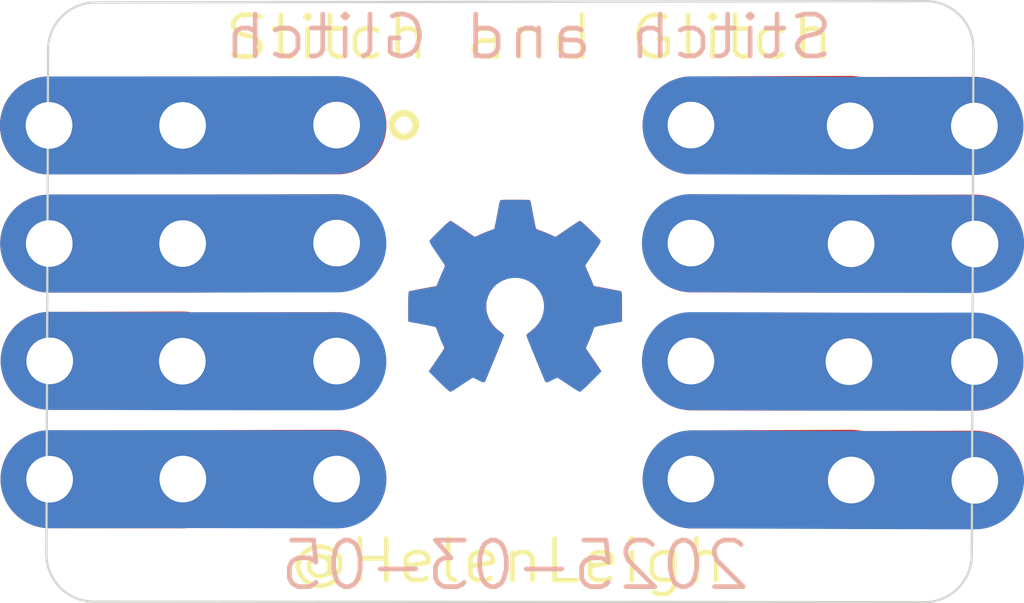
<source format=kicad_pcb>
(kicad_pcb (version 20221018) (generator pcbnew)
  (layers (0 "F.Cu" signal) (31 "B.Cu" signal) (34 "B.Paste" user) (35 "F.Paste" user) (36 "B.SilkS" user "B.Silkscreen") (37 "F.SilkS" user "F.Silkscreen") (38 "B.Mask" user) (39 "F.Mask" user) (44 "Edge.Cuts" user))
  (net 0 "")
  (net 1 "Net-(J1-Pad1)")
  (net 2 "+3V3")
  (net 3 "Net-(J4-Pad1)")
  (net 4 "Net-(J15-Pad1)")
  (net 5 "GND")
  (net 6 "Net-(J11-Pad1)")
  (footprint "touch:hole30AWG" (layer "F.Cu") (at 126.20498 66.07048)
    (fp_text reference "J1" hide)
    (fp_text value "Conn_01x01_Female" hide)
    (pad "1" thru_hole circle (at 0 0) (size 1.8 1.8) (drill 1) (layers "F.Cu" "F.Mask") (net 1 "Net-(J1-Pad1)"))
    (pad "1" thru_hole circle (at 0 0) (size 1.8 1.8) (drill 1) (layers "B.Cu" "B.Mask") (net 1 "Net-(J1-Pad1)"))
  )
  (footprint "touch:hole30AWG" (layer "F.Cu") (at 128.8669 71.16318)
    (fp_text reference "J4" hide)
    (fp_text value "Conn_01x01_Female" hide)
    (pad "1" thru_hole circle (at 0 0) (size 1.8 1.8) (drill 1) (layers "F.Cu" "F.Mask") (net 3 "Net-(J4-Pad1)"))
    (pad "1" thru_hole circle (at 0 0) (size 1.8 1.8) (drill 1) (layers "B.Cu" "B.Mask") (net 3 "Net-(J4-Pad1)"))
  )
  (footprint "touch:hole30AWG" (layer "F.Cu") (at 108.97108 68.59016)
    (fp_text reference "J5" hide)
    (fp_text value "Conn_01x01_Female" hide)
    (pad "1" thru_hole circle (at 0 0) (size 1.8 1.8) (drill 1) (layers "F.Cu" "F.Mask") (net 2 "+3V3"))
    (pad "1" thru_hole circle (at 0 0) (size 1.8 1.8) (drill 1) (layers "B.Cu" "B.Mask") (net 2 "+3V3"))
  )
  (footprint "touch:hole30AWG" (layer "F.Cu") (at 111.8235 68.59778)
    (fp_text reference "J6" hide)
    (fp_text value "Conn_01x01_Female" hide)
    (pad "1" thru_hole circle (at 0 0) (size 1.8 1.8) (drill 1) (layers "F.Cu" "F.Mask") (net 2 "+3V3"))
    (pad "1" thru_hole circle (at 0 0) (size 1.8 1.8) (drill 1) (layers "B.Cu" "B.Mask") (net 2 "+3V3"))
  )
  (footprint "touch:hole30AWG" (layer "F.Cu") (at 126.15926 68.60794)
    (fp_text reference "J7" hide)
    (fp_text value "Conn_01x01_Female" hide)
    (pad "1" thru_hole circle (at 0 0) (size 1.8 1.8) (drill 1) (layers "F.Cu" "F.Mask") (net 2 "+3V3"))
    (pad "1" thru_hole circle (at 0 0) (size 1.8 1.8) (drill 1) (layers "B.Cu" "B.Mask") (net 2 "+3V3"))
  )
  (footprint "touch:hole30AWG" (layer "F.Cu") (at 111.82858 63.52286)
    (fp_text reference "J8" hide)
    (fp_text value "Conn_01x01_Female" hide)
    (pad "1" thru_hole circle (at 0 0) (size 1.8 1.8) (drill 1) (layers "F.Cu" "F.Mask") (net 4 "Net-(J15-Pad1)"))
    (pad "1" thru_hole circle (at 0 0) (size 1.8 1.8) (drill 1) (layers "B.Cu" "B.Mask") (net 4 "Net-(J15-Pad1)"))
  )
  (footprint "touch:hole30AWG" (layer "F.Cu") (at 111.82858 66.0654)
    (fp_text reference "J10" hide)
    (fp_text value "Conn_01x01_Female" hide)
    (pad "1" thru_hole circle (at 0 0) (size 1.8 1.8) (drill 1) (layers "F.Cu" "F.Mask") (net 5 "GND"))
    (pad "1" thru_hole circle (at 0 0) (size 1.8 1.8) (drill 1) (layers "B.Cu" "B.Mask") (net 5 "GND"))
  )
  (footprint "touch:hole30AWG" (layer "F.Cu") (at 108.96092 66.0654)
    (fp_text reference "J13" hide)
    (fp_text value "Conn_01x01_Female" hide)
    (pad "1" thru_hole circle (at 0 0) (size 1.8 1.8) (drill 1) (layers "F.Cu" "F.Mask") (net 5 "GND"))
    (pad "1" thru_hole circle (at 0 0) (size 1.8 1.8) (drill 1) (layers "B.Cu" "B.Mask") (net 5 "GND"))
  )
  (footprint "touch:hole30AWG" (layer "F.Cu") (at 108.95584 63.52286)
    (fp_text reference "J15" hide)
    (fp_text value "Conn_01x01_Female" hide)
    (pad "1" thru_hole circle (at 0 0) (size 1.8 1.8) (drill 1) (layers "F.Cu" "F.Mask") (net 4 "Net-(J15-Pad1)"))
    (pad "1" thru_hole circle (at 0 0) (size 1.8 1.8) (drill 1) (layers "B.Cu" "B.Mask") (net 4 "Net-(J15-Pad1)"))
  )
  (footprint "digikey-footprints:DIP-8_W7.62mm" (layer "F.Cu") (at 115.14074 63.51524)
    (fp_text reference "U1" hide)
    (fp_text value "LM386" hide)
    (pad "1" thru_hole circle (at 0 0) (size 1.6 1.6) (drill 1) (layers "*.Cu" "*.Mask") (net 4 "Net-(J15-Pad1)"))
    (pad "2" thru_hole circle (at 0 2.54) (size 1.6 1.6) (drill 1) (layers "*.Cu" "*.Mask") (net 5 "GND"))
    (pad "3" thru_hole circle (at 0 5.08) (size 1.6 1.6) (drill 1) (layers "*.Cu" "*.Mask") (net 2 "+3V3"))
    (pad "4" thru_hole circle (at 0 7.62) (size 1.6 1.6) (drill 1) (layers "*.Cu" "*.Mask") (net 5 "GND"))
    (pad "5" thru_hole circle (at 7.62 7.62) (size 1.6 1.6) (drill 1) (layers "*.Cu" "*.Mask") (net 3 "Net-(J4-Pad1)"))
    (pad "6" thru_hole circle (at 7.62 5.08) (size 1.6 1.6) (drill 1) (layers "*.Cu" "*.Mask") (net 2 "+3V3"))
    (pad "7" thru_hole circle (at 7.62 2.54) (size 1.6 1.6) (drill 1) (layers "*.Cu" "*.Mask") (net 1 "Net-(J1-Pad1)"))
    (pad "8" thru_hole circle (at 7.62 0) (size 1.6 1.6) (drill 1) (layers "*.Cu" "*.Mask") (net 6 "Net-(J11-Pad1)"))
  )
  (footprint "touch:hole30AWG" (layer "F.Cu") (at 111.83366 71.13524)
    (fp_text reference "J16" hide)
    (fp_text value "Conn_01x01_Female" hide)
    (pad "1" thru_hole circle (at 0 0) (size 1.8 1.8) (drill 1) (layers "F.Cu" "F.Mask") (net 5 "GND"))
    (pad "1" thru_hole circle (at 0 0) (size 1.8 1.8) (drill 1) (layers "B.Cu" "B.Mask") (net 5 "GND"))
  )
  (footprint "touch:hole30AWG" (layer "F.Cu") (at 126.18466 63.53302)
    (fp_text reference "J11" hide)
    (fp_text value "Conn_01x01_Female" hide)
    (pad "1" thru_hole circle (at 0 0) (size 1.8 1.8) (drill 1) (layers "F.Cu" "F.Mask") (net 6 "Net-(J11-Pad1)"))
    (pad "1" thru_hole circle (at 0 0) (size 1.8 1.8) (drill 1) (layers "B.Cu" "B.Mask") (net 6 "Net-(J11-Pad1)"))
  )
  (footprint "touch:hole30AWG" (layer "F.Cu") (at 126.20752 71.15556)
    (fp_text reference "J9" hide)
    (fp_text value "Conn_01x01_Female" hide)
    (pad "1" thru_hole circle (at 0 0) (size 1.8 1.8) (drill 1) (layers "F.Cu" "F.Mask") (net 3 "Net-(J4-Pad1)"))
    (pad "1" thru_hole circle (at 0 0) (size 1.8 1.8) (drill 1) (layers "B.Cu" "B.Mask") (net 3 "Net-(J4-Pad1)"))
  )
  (footprint "touch:hole30AWG" (layer "F.Cu") (at 108.96854 71.13778)
    (fp_text reference "J12" hide)
    (fp_text value "Conn_01x01_Female" hide)
    (pad "1" thru_hole circle (at 0 0) (size 1.8 1.8) (drill 1) (layers "F.Cu" "F.Mask") (net 5 "GND"))
    (pad "1" thru_hole circle (at 0 0) (size 1.8 1.8) (drill 1) (layers "B.Cu" "B.Mask") (net 5 "GND"))
  )
  (footprint "touch:hole30AWG" (layer "F.Cu") (at 128.85674 63.53556)
    (fp_text reference "J14" hide)
    (fp_text value "Conn_01x01_Female" hide)
    (pad "1" thru_hole circle (at 0 0) (size 1.8 1.8) (drill 1) (layers "F.Cu" "F.Mask") (net 6 "Net-(J11-Pad1)"))
    (pad "1" thru_hole circle (at 0 0) (size 1.8 1.8) (drill 1) (layers "B.Cu" "B.Mask") (net 6 "Net-(J11-Pad1)"))
  )
  (footprint "touch:hole30AWG" (layer "F.Cu") (at 128.86944 66.07556)
    (fp_text reference "J3" hide)
    (fp_text value "Conn_01x01_Female" hide)
    (pad "1" thru_hole circle (at 0 0) (size 1.8 1.8) (drill 1) (layers "F.Cu" "F.Mask") (net 1 "Net-(J1-Pad1)"))
    (pad "1" thru_hole circle (at 0 0) (size 1.8 1.8) (drill 1) (layers "B.Cu" "B.Mask") (net 1 "Net-(J1-Pad1)"))
  )
  (footprint "touch:hole30AWG" (layer "F.Cu") (at 128.85928 68.6054)
    (fp_text reference "J2" hide)
    (fp_text value "Conn_01x01_Female" hide)
    (pad "1" thru_hole circle (at 0 0) (size 1.8 1.8) (drill 1) (layers "F.Cu" "F.Mask") (net 2 "+3V3"))
    (pad "1" thru_hole circle (at 0 0) (size 1.8 1.8) (drill 1) (layers "B.Cu" "B.Mask") (net 2 "+3V3"))
  )
  (footprint "Symbol:OSHW-Logo2_7.3x6mm_Copper" (layer "F.Cu") (at 118.98122 67.88404)
    (fp_text reference "REF**" hide)
    (fp_text value "OSHW-Logo2_7.3x6mm_Copper" hide)
    (fp_poly (pts (xy 0.10391 -2.757652) (xy 0.182454 -2.757222) (xy 0.239298 -2.756058) (xy 0.278105 -2.753793) (xy 0.302538 -2.75006) (xy 0.316262 -2.744494) (xy 0.32294 -2.736727) (xy 0.326236 -2.726395) (xy 0.326556 -2.725057) (xy 0.331562 -2.700921) (xy 0.340829 -2.653299) (xy 0.353392 -2.587259) (xy 0.368287 -2.507872) (xy 0.384551 -2.420204) (xy 0.385119 -2.417125) (xy 0.40141 -2.331211) (xy 0.416652 -2.255304) (xy 0.429861 -2.193955) (xy 0.440054 -2.151718) (xy 0.446248 -2.133145) (xy 0.446543 -2.132816) (xy 0.464788 -2.123747) (xy 0.502405 -2.108633) (xy 0.551271 -2.090738) (xy 0.551543 -2.090642) (xy 0.613093 -2.067507) (xy 0.685657 -2.038035) (xy 0.754057 -2.008403) (xy 0.757294 -2.006938) (xy 0.868702 -1.956374) (xy 1.115399 -2.12484) (xy 1.191077 -2.176197) (xy 1.259631 -2.222111) (xy 1.317088 -2.25997) (xy 1.359476 -2.287163) (xy 1.382825 -2.301079) (xy 1.385042 -2.302111) (xy 1.40201 -2.297516) (xy 1.433701 -2.275345) (xy 1.481352 -2.234553) (xy 1.546198 -2.174095) (xy 1.612397 -2.109773) (xy 1.676214 -2.046388) (xy 1.733329 -1.988549) (xy 1.780305 -1.939825) (xy 1.813703 -1.90379) (xy 1.830085 -1.884016) (xy 1.830694 -1.882998) (xy 1.832505 -1.869428) (xy 1.825683 -1.847267) (xy 1.80854 -1.813522) (xy 1.779393 -1.7652) (xy 1.736555 -1.699308) (xy 1.679448 -1.614483) (xy 1.628766 -1.539823) (xy 1.583461 -1.47286) (xy 1.54615 -1.417484) (xy 1.519452 -1.37758) (xy 1.505985 -1.357038) (xy 1.505137 -1.355644) (xy 1.506781 -1.335962) (xy 1.519245 -1.297707) (xy 1.540048 -1.248111) (xy 1.547462 -1.232272) (xy 1.579814 -1.16171) (xy 1.614328 -1.081647) (xy 1.642365 -1.012371) (xy 1.662568 -0.960955) (xy 1.678615 -0.921881) (xy 1.687888 -0.901459) (xy 1.689041 -0.899886) (xy 1.706096 -0.897279) (xy 1.746298 -0.890137) (xy 1.804302 -0.879477) (xy 1.874763 -0.866315) (xy 1.952335 -0.851667) (xy 2.031672 -0.836551) (xy 2.107431 -0.821982) (xy 2.174264 -0.808978) (xy 2.226828 -0.798555) (xy 2.259776 -0.79173) (xy 2.267857 -0.789801) (xy 2.276205 -0.785038) (xy 2.282506 -0.774282) (xy 2.287045 -0.753902) (xy 2.290104 -0.720266) (xy 2.291967 -0.669745) (xy 2.292918 -0.598708) (xy 2.29324 -0.503524) (xy 2.293257 -0.464508) (xy 2.293257 -0.147201) (xy 2.217057 -0.132161) (xy 2.174663 -0.124005) (xy 2.1114 -0.112101) (xy 2.034962 -0.097884) (xy 1.953043 -0.08279) (xy 1.9304 -0.078645) (xy 1.854806 -0.063947) (xy 1.788953 -0.049495) (xy 1.738366 -0.036625) (xy 1.708574 -0.026678) (xy 1.703612 -0.023713) (xy 1.691426 -0.002717) (xy 1.673953 0.037967) (xy 1.654577 0.090322) (xy 1.650734 0.1016) (xy 1.625339 0.171523) (xy 1.593817 0.250418) (xy 1.562969 0.321266) (xy 1.562817 0.321595) (xy 1.511447 0.432733) (xy 1.680399 0.681253) (xy 1.849352 0.929772) (xy 1.632429 1.147058) (xy 1.566819 1.211726) (xy 1.506979 1.268733) (xy 1.456267 1.315033) (xy 1.418046 1.347584) (xy 1.395675 1.363343) (xy 1.392466 1.364343) (xy 1.373626 1.356469) (xy 1.33518 1.334578) (xy 1.28133 1.301267) (xy 1.216276 1.259131) (xy 1.14594 1.211943) (xy 1.074555 1.16381) (xy 1.010908 1.121928) (xy 0.959041 1.088871) (xy 0.922995 1.067218) (xy 0.906867 1.059543) (xy 0.887189 1.066037) (xy 0.849875 1.08315) (xy 0.802621 1.107326) (xy 0.797612 1.110013) (xy 0.733977 1.141927) (xy 0.690341 1.157579) (xy 0.663202 1.157745) (xy 0.649057 1.143204) (xy 0.648975 1.143) (xy 0.641905 1.125779) (xy 0.625042 1.084899) (xy 0.599695 1.023525) (xy 0.567171 0.944819) (xy 0.528778 0.851947) (xy 0.485822 0.748072) (xy 0.444222 0.647502) (xy 0.398504 0.536516) (xy 0.356526 0.433703) (xy 0.319548 0.342215) (xy 0.288827 0.265201) (xy 0.265622 0.205815) (xy 0.25119 0.167209) (xy 0.246743 0.1528) (xy 0.257896 0.136272) (xy 0.287069 0.10993) (xy 0.325971 0.080887) (xy 0.436757 -0.010961) (xy 0.523351 -0.116241) (xy 0.584716 -0.232734) (xy 0.619815 -0.358224) (xy 0.627608 -0.490493) (xy 0.621943 -0.551543) (xy 0.591078 -0.678205) (xy 0.53792 -0.790059) (xy 0.465767 -0.885999) (xy 0.377917 -0.964924) (xy 0.277665 -1.02573) (xy 0.16831 -1.067313) (xy 0.053147 -1.088572) (xy -0.064525 -1.088401) (xy -0.18141 -1.065699) (xy -0.294211 -1.019362) (xy -0.399631 -0.948287) (xy -0.443632 -0.908089) (xy -0.528021 -0.804871) (xy -0.586778 -0.692075) (xy -0.620296 -0.57299) (xy -0.628965 -0.450905) (xy -0.613177 -0.329107) (xy -0.573322 -0.210884) (xy -0.509793 -0.099525) (xy -0.422979 0.001684) (xy -0.325971 0.080887) (xy -0.285563 0.111162) (xy -0.257018 0.137219) (xy -0.246743 0.152825) (xy -0.252123 0.169843) (xy -0.267425 0.2105) (xy -0.291388 0.271642) (xy -0.322756 0.350119) (xy -0.360268 0.44278) (xy -0.402667 0.546472) (xy -0.444337 0.647526) (xy -0.49031 0.758607) (xy -0.532893 0.861541) (xy -0.570779 0.953165) (xy -0.60266 1.030316) (xy -0.627229 1.089831) (xy -0.64318 1.128544) (xy -0.64909 1.143) (xy -0.663052 1.157685) (xy -0.69006 1.157642) (xy -0.733587 1.142099) (xy -0.79711 1.110284) (xy -0.797612 1.110013) (xy -0.84544 1.085323) (xy -0.884103 1.067338) (xy -0.905905 1.059614) (xy -0.906867 1.059543) (xy -0.923279 1.067378) (xy -0.959513 1.089165) (xy -1.011526 1.122328) (xy -1.075275 1.164291) (xy -1.14594 1.211943) (xy -1.217884 1.260191) (xy -1.282726 1.302151) (xy -1.336265 1.335227) (xy -1.374303 1.356821) (xy -1.392467 1.364343) (xy -1.409192 1.354457) (xy -1.44282 1.326826) (xy -1.48999 1.284495) (xy -1.547342 1.230505) (xy -1.611516 1.167899) (xy -1.632503 1.146983) (xy -1.849501 0.929623) (xy -1.684332 0.68722) (xy -1.634136 0.612781) (xy -1.590081 0.545972) (xy -1.554638 0.490665) (xy -1.530281 0.450729) (xy -1.519478 0.430036) (xy -1.519162 0.428563) (xy -1.524857 0.409058) (xy -1.540174 0.369822) (xy -1.562463 0.31743) (xy -1.578107 0.282355) (xy -1.607359 0.215201) (xy -1.634906 0.147358) (xy -1.656263 0.090034) (xy -1.662065 0.072572) (xy -1.678548 0.025938) (xy -1.69466 -0.010095) (xy -1.70351 -0.023713) (xy -1.72304 -0.032048) (xy -1.765666 -0.043863) (xy -1.825855 -0.057819) (xy -1.898078 -0.072578) (xy -1.9304 -0.078645) (xy -2.012478 -0.093727) (xy -2.091205 -0.108331) (xy -2.158891 -0.12102) (xy -2.20784 -0.130358) (xy -2.217057 -0.132161) (xy -2.293257 -0.147201) (xy -2.293257 -0.464508) (xy -2.293086 -0.568846) (xy -2.292384 -0.647787) (xy -2.290866 -0.704962) (xy -2.288251 -0.744001) (xy -2.284254 -0.768535) (xy -2.278591 -0.782195) (xy -2.27098 -0.788611) (xy -2.267857 -0.789801) (xy -2.249022 -0.79402) (xy -2.207412 -0.802438) (xy -2.14837 -0.814039) (xy -2.077243 -0.827805) (xy -1.999375 -0.84272) (xy -1.920113 -0.857768) (xy -1.844802 -0.871931) (xy -1.778787 -0.884194) (xy -1.727413 -0.893539) (xy -1.696025 -0.89895) (xy -1.689041 -0.899886) (xy -1.682715 -0.912404) (xy -1.66871 -0.945754) (xy -1.649645 -0.993623) (xy -1.642366 -1.012371) (xy -1.613004 -1.084805) (xy -1.578429 -1.16483) (xy -1.547463 -1.232272) (xy -1.524677 -1.283841) (xy -1.509518 -1.326215) (xy -1.504458 -1.352166) (xy -1.505264 -1.355644) (xy -1.515959 -1.372064) (xy -1.54038 -1.408583) (xy -1.575905 -1.461313) (xy -1.619913 -1.526365) (xy -1.669783 -1.599849) (xy -1.679644 -1.614355) (xy -1.737508 -1.700296) (xy -1.780044 -1.765739) (xy -1.808946 -1.813696) (xy -1.82591 -1.84718) (xy -1.832633 -1.869205) (xy -1.83081 -1.882783) (xy -1.830764 -1.882869) (xy -1.816414 -1.900703) (xy -1.784677 -1.935183) (xy -1.73899 -1.982732) (xy -1.682796 -2.039778) (xy -1.619532 -2.102745) (xy -1.612398 -2.109773) (xy -1.53267 -2.18698) (xy -1.471143 -2.24367) (xy -1.426579 -2.28089) (xy -1.397743 -2.299685) (xy -1.385042 -2.302111) (xy -1.366506 -2.291529) (xy -1.328039 -2.267084) (xy -1.273614 -2.231388) (xy -1.207202 -2.187053) (xy -1.132775 -2.136689) (xy -1.115399 -2.12484) (xy -0.868703 -1.956374) (xy -0.757294 -2.006938) (xy -0.689543 -2.036405) (xy -0.616817 -2.066041) (xy -0.554297 -2.08967) (xy -0.551543 -2.090642) (xy -0.50264 -2.108543) (xy -0.464943 -2.12368) (xy -0.446575 -2.13279) (xy -0.446544 -2.132816) (xy -0.440715 -2.149283) (xy -0.430808 -2.189781) (xy -0.417805 -2.249758) (xy -0.402691 -2.32466) (xy -0.386448 -2.409936) (xy -0.385119 -2.417125) (xy -0.368825 -2.504986) (xy -0.353867 -2.58474) (xy -0.341209 -2.651319) (xy -0.331814 -2.699653) (xy -0.326646 -2.724675) (xy -0.326556 -2.725057) (xy -0.323411 -2.735701) (xy -0.317296 -2.743738) (xy -0.304547 -2.749533) (xy -0.2815 -2.753453) (xy -0.244491 -2.755865) (xy -0.189856 -2.757135) (xy -0.113933 -2.757629) (xy -0.013056 -2.757714) (xy 0 -2.757714) (xy 0.10391 -2.757652)) (stroke (width 0.01)) (fill solid) (layer "F.Cu"))
  )
  (footprint "digikey-footprints:DIP-8_W7.62mm" (layer "F.Cu") (at 115.14074 63.51524)
    (fp_text reference "U1" hide)
    (fp_text value "LM386" hide)
    (fp_circle (center 1.4478 0) (end 1.1938 -0.0254) (stroke (width 0.15)) (fill none) (layer "F.SilkS"))
    (pad "1" thru_hole circle (at 0 0) (size 1.6 1.6) (drill 1) (layers "*.Cu" "*.Mask") (net 4 "Net-(J15-Pad1)"))
    (pad "2" thru_hole circle (at 0 2.54) (size 1.6 1.6) (drill 1) (layers "*.Cu" "*.Mask") (net 5 "GND"))
    (pad "3" thru_hole circle (at 0 5.08) (size 1.6 1.6) (drill 1) (layers "*.Cu" "*.Mask") (net 2 "+3V3"))
    (pad "4" thru_hole circle (at 0 7.62) (size 1.6 1.6) (drill 1) (layers "*.Cu" "*.Mask") (net 5 "GND"))
    (pad "5" thru_hole circle (at 7.62 7.62) (size 1.6 1.6) (drill 1) (layers "*.Cu" "*.Mask") (net 3 "Net-(J4-Pad1)"))
    (pad "6" thru_hole circle (at 7.62 5.08) (size 1.6 1.6) (drill 1) (layers "*.Cu" "*.Mask") (net 2 "+3V3"))
    (pad "7" thru_hole circle (at 7.62 2.54) (size 1.6 1.6) (drill 1) (layers "*.Cu" "*.Mask") (net 1 "Net-(J1-Pad1)"))
    (pad "8" thru_hole circle (at 7.62 0) (size 1.6 1.6) (drill 1) (layers "*.Cu" "*.Mask") (net 6 "Net-(J11-Pad1)"))
  )
  (footprint "Symbol:OSHW-Logo2_7.3x6mm_Copper" (layer "B.Cu") (at 118.97902 67.88904 180)
    (fp_text reference "REF**" hide)
    (fp_text value "OSHW-Logo2_7.3x6mm_Copper" hide)
    (fp_poly (pts (xy 0.10391 2.757652) (xy 0.182454 2.757222) (xy 0.239298 2.756058) (xy 0.278105 2.753793) (xy 0.302538 2.75006) (xy 0.316262 2.744494) (xy 0.32294 2.736727) (xy 0.326236 2.726395) (xy 0.326556 2.725057) (xy 0.331562 2.700921) (xy 0.340829 2.653299) (xy 0.353392 2.587259) (xy 0.368287 2.507872) (xy 0.384551 2.420204) (xy 0.385119 2.417125) (xy 0.40141 2.331211) (xy 0.416652 2.255304) (xy 0.429861 2.193955) (xy 0.440054 2.151718) (xy 0.446248 2.133145) (xy 0.446543 2.132816) (xy 0.464788 2.123747) (xy 0.502405 2.108633) (xy 0.551271 2.090738) (xy 0.551543 2.090642) (xy 0.613093 2.067507) (xy 0.685657 2.038035) (xy 0.754057 2.008403) (xy 0.757294 2.006938) (xy 0.868702 1.956374) (xy 1.115399 2.12484) (xy 1.191077 2.176197) (xy 1.259631 2.222111) (xy 1.317088 2.25997) (xy 1.359476 2.287163) (xy 1.382825 2.301079) (xy 1.385042 2.302111) (xy 1.40201 2.297516) (xy 1.433701 2.275345) (xy 1.481352 2.234553) (xy 1.546198 2.174095) (xy 1.612397 2.109773) (xy 1.676214 2.046388) (xy 1.733329 1.988549) (xy 1.780305 1.939825) (xy 1.813703 1.90379) (xy 1.830085 1.884016) (xy 1.830694 1.882998) (xy 1.832505 1.869428) (xy 1.825683 1.847267) (xy 1.80854 1.813522) (xy 1.779393 1.7652) (xy 1.736555 1.699308) (xy 1.679448 1.614483) (xy 1.628766 1.539823) (xy 1.583461 1.47286) (xy 1.54615 1.417484) (xy 1.519452 1.37758) (xy 1.505985 1.357038) (xy 1.505137 1.355644) (xy 1.506781 1.335962) (xy 1.519245 1.297707) (xy 1.540048 1.248111) (xy 1.547462 1.232272) (xy 1.579814 1.16171) (xy 1.614328 1.081647) (xy 1.642365 1.012371) (xy 1.662568 0.960955) (xy 1.678615 0.921881) (xy 1.687888 0.901459) (xy 1.689041 0.899886) (xy 1.706096 0.897279) (xy 1.746298 0.890137) (xy 1.804302 0.879477) (xy 1.874763 0.866315) (xy 1.952335 0.851667) (xy 2.031672 0.836551) (xy 2.107431 0.821982) (xy 2.174264 0.808978) (xy 2.226828 0.798555) (xy 2.259776 0.79173) (xy 2.267857 0.789801) (xy 2.276205 0.785038) (xy 2.282506 0.774282) (xy 2.287045 0.753902) (xy 2.290104 0.720266) (xy 2.291967 0.669745) (xy 2.292918 0.598708) (xy 2.29324 0.503524) (xy 2.293257 0.464508) (xy 2.293257 0.147201) (xy 2.217057 0.132161) (xy 2.174663 0.124005) (xy 2.1114 0.112101) (xy 2.034962 0.097884) (xy 1.953043 0.08279) (xy 1.9304 0.078645) (xy 1.854806 0.063947) (xy 1.788953 0.049495) (xy 1.738366 0.036625) (xy 1.708574 0.026678) (xy 1.703612 0.023713) (xy 1.691426 0.002717) (xy 1.673953 -0.037967) (xy 1.654577 -0.090322) (xy 1.650734 -0.1016) (xy 1.625339 -0.171523) (xy 1.593817 -0.250418) (xy 1.562969 -0.321266) (xy 1.562817 -0.321595) (xy 1.511447 -0.432733) (xy 1.680399 -0.681253) (xy 1.849352 -0.929772) (xy 1.632429 -1.147058) (xy 1.566819 -1.211726) (xy 1.506979 -1.268733) (xy 1.456267 -1.315033) (xy 1.418046 -1.347584) (xy 1.395675 -1.363343) (xy 1.392466 -1.364343) (xy 1.373626 -1.356469) (xy 1.33518 -1.334578) (xy 1.28133 -1.301267) (xy 1.216276 -1.259131) (xy 1.14594 -1.211943) (xy 1.074555 -1.16381) (xy 1.010908 -1.121928) (xy 0.959041 -1.088871) (xy 0.922995 -1.067218) (xy 0.906867 -1.059543) (xy 0.887189 -1.066037) (xy 0.849875 -1.08315) (xy 0.802621 -1.107326) (xy 0.797612 -1.110013) (xy 0.733977 -1.141927) (xy 0.690341 -1.157579) (xy 0.663202 -1.157745) (xy 0.649057 -1.143204) (xy 0.648975 -1.143) (xy 0.641905 -1.125779) (xy 0.625042 -1.084899) (xy 0.599695 -1.023525) (xy 0.567171 -0.944819) (xy 0.528778 -0.851947) (xy 0.485822 -0.748072) (xy 0.444222 -0.647502) (xy 0.398504 -0.536516) (xy 0.356526 -0.433703) (xy 0.319548 -0.342215) (xy 0.288827 -0.265201) (xy 0.265622 -0.205815) (xy 0.25119 -0.167209) (xy 0.246743 -0.1528) (xy 0.257896 -0.136272) (xy 0.287069 -0.10993) (xy 0.325971 -0.080887) (xy 0.436757 0.010961) (xy 0.523351 0.116241) (xy 0.584716 0.232734) (xy 0.619815 0.358224) (xy 0.627608 0.490493) (xy 0.621943 0.551543) (xy 0.591078 0.678205) (xy 0.53792 0.790059) (xy 0.465767 0.885999) (xy 0.377917 0.964924) (xy 0.277665 1.02573) (xy 0.16831 1.067313) (xy 0.053147 1.088572) (xy -0.064525 1.088401) (xy -0.18141 1.065699) (xy -0.294211 1.019362) (xy -0.399631 0.948287) (xy -0.443632 0.908089) (xy -0.528021 0.804871) (xy -0.586778 0.692075) (xy -0.620296 0.57299) (xy -0.628965 0.450905) (xy -0.613177 0.329107) (xy -0.573322 0.210884) (xy -0.509793 0.099525) (xy -0.422979 -0.001684) (xy -0.325971 -0.080887) (xy -0.285563 -0.111162) (xy -0.257018 -0.137219) (xy -0.246743 -0.152825) (xy -0.252123 -0.169843) (xy -0.267425 -0.2105) (xy -0.291388 -0.271642) (xy -0.322756 -0.350119) (xy -0.360268 -0.44278) (xy -0.402667 -0.546472) (xy -0.444337 -0.647526) (xy -0.49031 -0.758607) (xy -0.532893 -0.861541) (xy -0.570779 -0.953165) (xy -0.60266 -1.030316) (xy -0.627229 -1.089831) (xy -0.64318 -1.128544) (xy -0.64909 -1.143) (xy -0.663052 -1.157685) (xy -0.69006 -1.157642) (xy -0.733587 -1.142099) (xy -0.79711 -1.110284) (xy -0.797612 -1.110013) (xy -0.84544 -1.085323) (xy -0.884103 -1.067338) (xy -0.905905 -1.059614) (xy -0.906867 -1.059543) (xy -0.923279 -1.067378) (xy -0.959513 -1.089165) (xy -1.011526 -1.122328) (xy -1.075275 -1.164291) (xy -1.14594 -1.211943) (xy -1.217884 -1.260191) (xy -1.282726 -1.302151) (xy -1.336265 -1.335227) (xy -1.374303 -1.356821) (xy -1.392467 -1.364343) (xy -1.409192 -1.354457) (xy -1.44282 -1.326826) (xy -1.48999 -1.284495) (xy -1.547342 -1.230505) (xy -1.611516 -1.167899) (xy -1.632503 -1.146983) (xy -1.849501 -0.929623) (xy -1.684332 -0.68722) (xy -1.634136 -0.612781) (xy -1.590081 -0.545972) (xy -1.554638 -0.490665) (xy -1.530281 -0.450729) (xy -1.519478 -0.430036) (xy -1.519162 -0.428563) (xy -1.524857 -0.409058) (xy -1.540174 -0.369822) (xy -1.562463 -0.31743) (xy -1.578107 -0.282355) (xy -1.607359 -0.215201) (xy -1.634906 -0.147358) (xy -1.656263 -0.090034) (xy -1.662065 -0.072572) (xy -1.678548 -0.025938) (xy -1.69466 0.010095) (xy -1.70351 0.023713) (xy -1.72304 0.032048) (xy -1.765666 0.043863) (xy -1.825855 0.057819) (xy -1.898078 0.072578) (xy -1.9304 0.078645) (xy -2.012478 0.093727) (xy -2.091205 0.108331) (xy -2.158891 0.12102) (xy -2.20784 0.130358) (xy -2.217057 0.132161) (xy -2.293257 0.147201) (xy -2.293257 0.464508) (xy -2.293086 0.568846) (xy -2.292384 0.647787) (xy -2.290866 0.704962) (xy -2.288251 0.744001) (xy -2.284254 0.768535) (xy -2.278591 0.782195) (xy -2.27098 0.788611) (xy -2.267857 0.789801) (xy -2.249022 0.79402) (xy -2.207412 0.802438) (xy -2.14837 0.814039) (xy -2.077243 0.827805) (xy -1.999375 0.84272) (xy -1.920113 0.857768) (xy -1.844802 0.871931) (xy -1.778787 0.884194) (xy -1.727413 0.893539) (xy -1.696025 0.89895) (xy -1.689041 0.899886) (xy -1.682715 0.912404) (xy -1.66871 0.945754) (xy -1.649645 0.993623) (xy -1.642366 1.012371) (xy -1.613004 1.084805) (xy -1.578429 1.16483) (xy -1.547463 1.232272) (xy -1.524677 1.283841) (xy -1.509518 1.326215) (xy -1.504458 1.352166) (xy -1.505264 1.355644) (xy -1.515959 1.372064) (xy -1.54038 1.408583) (xy -1.575905 1.461313) (xy -1.619913 1.526365) (xy -1.669783 1.599849) (xy -1.679644 1.614355) (xy -1.737508 1.700296) (xy -1.780044 1.765739) (xy -1.808946 1.813696) (xy -1.82591 1.84718) (xy -1.832633 1.869205) (xy -1.83081 1.882783) (xy -1.830764 1.882869) (xy -1.816414 1.900703) (xy -1.784677 1.935183) (xy -1.73899 1.982732) (xy -1.682796 2.039778) (xy -1.619532 2.102745) (xy -1.612398 2.109773) (xy -1.53267 2.18698) (xy -1.471143 2.24367) (xy -1.426579 2.28089) (xy -1.397743 2.299685) (xy -1.385042 2.302111) (xy -1.366506 2.291529) (xy -1.328039 2.267084) (xy -1.273614 2.231388) (xy -1.207202 2.187053) (xy -1.132775 2.136689) (xy -1.115399 2.12484) (xy -0.868703 1.956374) (xy -0.757294 2.006938) (xy -0.689543 2.036405) (xy -0.616817 2.066041) (xy -0.554297 2.08967) (xy -0.551543 2.090642) (xy -0.50264 2.108543) (xy -0.464943 2.12368) (xy -0.446575 2.13279) (xy -0.446544 2.132816) (xy -0.440715 2.149283) (xy -0.430808 2.189781) (xy -0.417805 2.249758) (xy -0.402691 2.32466) (xy -0.386448 2.409936) (xy -0.385119 2.417125) (xy -0.368825 2.504986) (xy -0.353867 2.58474) (xy -0.341209 2.651319) (xy -0.331814 2.699653) (xy -0.326646 2.724675) (xy -0.326556 2.725057) (xy -0.323411 2.735701) (xy -0.317296 2.743738) (xy -0.304547 2.749533) (xy -0.2815 2.753453) (xy -0.244491 2.755865) (xy -0.189856 2.757135) (xy -0.113933 2.757629) (xy -0.013056 2.757714) (xy 0 2.757714) (xy 0.10391 2.757652)) (stroke (width 0.01)) (fill solid) (layer "B.Cu"))
  )
  (gr_arc (start 127.81788 60.84824) (mid 128.538097 61.146563) (end 128.83642 61.86678) (stroke (width 0.05)) (layer "Edge.Cuts"))
  (gr_arc (start 128.80086 72.76592) (mid 128.502537 73.486137) (end 127.78232 73.78446) (stroke (width 0.05)) (layer "Edge.Cuts"))
  (gr_arc (start 109.9185 73.77176) (mid 109.198283 73.473437) (end 108.89996 72.75322) (stroke (width 0.05)) (layer "Edge.Cuts"))
  (gr_arc (start 108.93552 61.89472) (mid 109.233843 61.174503) (end 109.95406 60.87618) (stroke (width 0.05)) (layer "Edge.Cuts"))
  (gr_line (start 109.9185 73.77176) (end 127.78232 73.78446) (stroke (width 0.05)) (layer "Edge.Cuts"))
  (gr_line (start 128.80086 72.76592) (end 128.83642 61.86678) (stroke (width 0.05)) (layer "Edge.Cuts"))
  (gr_line (start 127.81788 60.84824) (end 109.95406 60.87618) (stroke (width 0.05)) (layer "Edge.Cuts"))
  (gr_line (start 108.93552 61.89472) (end 108.89996 72.75576) (stroke (width 0.05)) (layer "Edge.Cuts"))
  (gr_text "2025-03-05" (at 118.98122 72.99198) (layer "B.SilkS") (effects (font (size 1 1) (thickness 0.1016)) (justify mirror)))
  (gr_text "Stitch and Glitch" (at 119.26824 61.61532) (layer "B.SilkS") (effects (font (size 0.9 1.016) (thickness 0.1016)) (justify mirror)))
  (gr_text "@HelenLeigh" (at 118.82882 72.9) (layer "F.SilkS") (effects (font (size 0.9 1) (thickness 0.1016))))
  (gr_text "Stitch and Glitch" (at 119.28348 61.62802) (layer "F.SilkS") (effects (font (size 0.9 1.016) (thickness 0.1016))))
  (segment (start 122.776161 66.061741) (end 126.20498 66.07048) (width 2.1082) (layer "F.Cu") (net 1))
  (segment (start 126.20498 66.07048) (end 128.86944 66.0654) (width 2.1082) (layer "F.Cu") (net 1))
  (segment (start 122.76074 66.05524) (end 126.20498 66.07048) (width 2.1082) (layer "B.Cu") (net 1))
  (segment (start 126.20498 66.07048) (end 128.86944 66.07556) (width 2.1082) (layer "B.Cu") (net 1))
  (segment (start 126.15926 68.60794) (end 128.85928 68.61048) (width 2.1082) (layer "F.Cu") (net 2))
  (segment (start 108.97108 68.59016) (end 111.8235 68.58254) (width 2.1082) (layer "F.Cu") (net 2))
  (segment (start 111.8235 68.59778) (end 115.14074 68.59524) (width 2.1082) (layer "F.Cu") (net 2))
  (segment (start 122.776161 68.601741) (end 126.15926 68.60794) (width 2.1082) (layer "F.Cu") (net 2))
  (segment (start 108.97108 68.59016) (end 111.8235 68.59778) (width 2.1082) (layer "B.Cu") (net 2))
  (segment (start 111.8235 68.59778) (end 115.156161 68.601741) (width 2.1082) (layer "B.Cu") (net 2))
  (segment (start 126.15926 68.60794) (end 128.85928 68.6054) (width 2.1082) (layer "B.Cu") (net 2))
  (segment (start 122.76074 68.59524) (end 126.15926 68.60794) (width 2.1082) (layer "B.Cu") (net 2))
  (segment (start 122.776161 71.141741) (end 126.20752 71.127922) (width 2.1082) (layer "F.Cu") (net 3))
  (segment (start 126.20752 71.15556) (end 128.8669 71.14794) (width 2.1082) (layer "F.Cu") (net 3))
  (segment (start 122.776161 71.141741) (end 126.20752 71.15556) (width 2.1082) (layer "B.Cu") (net 3))
  (segment (start 126.20752 71.15556) (end 128.8669 71.16318) (width 2.1082) (layer "B.Cu") (net 3))
  (segment (start 108.95584 63.52286) (end 112.283421 63.521741) (width 2.1082) (layer "F.Cu") (net 4))
  (segment (start 111.82858 63.52286) (end 115.156161 63.521741) (width 2.1082) (layer "F.Cu") (net 4))
  (segment (start 108.95584 63.52286) (end 111.82858 63.52286) (width 2.1082) (layer "F.Cu") (net 4))
  (segment (start 111.82858 63.52286) (end 115.14074 63.51524) (width 2.1082) (layer "B.Cu") (net 4))
  (segment (start 108.95584 63.52286) (end 111.82858 63.52286) (width 2.1082) (layer "B.Cu") (net 4))
  (segment (start 111.83366 71.13524) (end 115.156161 71.128739) (width 2.1082) (layer "F.Cu") (net 5))
  (segment (start 111.82858 66.0654) (end 115.14074 66.05524) (width 2.1082) (layer "F.Cu") (net 5))
  (segment (start 108.96092 66.0654) (end 111.82858 66.0654) (width 2.1082) (layer "F.Cu") (net 5))
  (segment (start 108.96854 71.13778) (end 111.83366 71.14032) (width 2.1082) (layer "F.Cu") (net 5))
  (segment (start 108.96854 71.13778) (end 111.83366 71.13524) (width 2.1082) (layer "B.Cu") (net 5))
  (segment (start 111.83366 71.13524) (end 115.156161 71.141741) (width 2.1082) (layer "B.Cu") (net 5))
  (segment (start 108.96092 66.0654) (end 111.82858 66.0654) (width 2.1082) (layer "B.Cu") (net 5))
  (segment (start 111.82858 66.0654) (end 115.156161 66.061741) (width 2.1082) (layer "B.Cu") (net 5))
  (segment (start 122.776161 63.521741) (end 126.18466 63.510462) (width 2.1082) (layer "F.Cu") (net 6))
  (segment (start 126.18466 63.53302) (end 128.85674 63.53048) (width 2.1082) (layer "F.Cu") (net 6))
  (segment (start 122.776161 63.521741) (end 126.18466 63.53302) (width 2.1082) (layer "B.Cu") (net 6))
  (segment (start 126.18466 63.53302) (end 128.85674 63.53556) (width 2.1082) (layer "B.Cu") (net 6))
)
</source>
